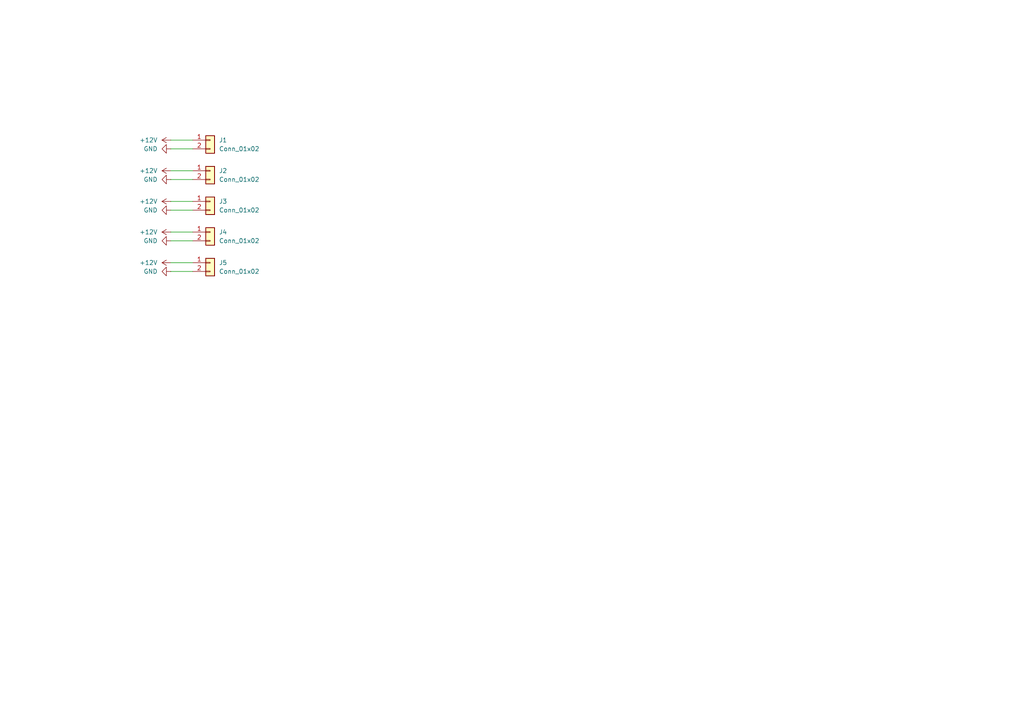
<source format=kicad_sch>
(kicad_sch (version 20231120) (generator "eeschema") (generator_version "8.0")
  (paper "A4")
  (lib_symbols
    (symbol "Connector_Generic:Conn_01x02" (pin_names (offset 1.016) hide)
      (property "Reference" "J" (at 0 2.54 0))
      (property "Value" "Conn_01x02" (at 0 -5.08 0))
      (symbol "Conn_01x02_1_1"
        (rectangle (start -1.27 -2.413) (end 0 -2.667) (stroke (width 0.1524)))
        (rectangle (start -1.27 0.127) (end 0 -0.127) (stroke (width 0.1524)))
        (rectangle (start -1.27 1.27) (end 1.27 -3.81) (stroke (width 0.254)) (fill (type background)))
        (pin passive line (at -5.08 0 0) (length 3.81) (name "Pin_1") (number "1"))
        (pin passive line (at -5.08 -2.54 0) (length 3.81) (name "Pin_2") (number "2"))
      )
    )
    (symbol "power:+12V" (power) (pin_numbers hide) (pin_names (offset 0) hide)
      (property "Value" "+12V" (at 0 3.556 0))
      (symbol "+12V_0_1"
        (polyline (pts (xy -0.762 1.27) (xy 0 2.54)))
        (polyline (pts (xy 0 0) (xy 0 2.54)))
        (polyline (pts (xy 0 2.54) (xy 0.762 1.27)))
      )
      (symbol "+12V_1_1"
        (pin power_in line (at 0 0 90) (length 0) (name "~") (number "1"))
      )
    )
    (symbol "power:GND" (power) (pin_numbers hide) (pin_names (offset 0) hide)
      (property "Value" "GND" (at 0 -3.81 0))
      (symbol "GND_0_1"
        (polyline (pts (xy 0 0) (xy 0 -1.27) (xy 1.27 -1.27) (xy 0 -2.54) (xy -1.27 -1.27) (xy 0 -1.27)))
      )
      (symbol "GND_1_1"
        (pin power_in line (at 0 0 270) (length 0) (name "~") (number "1"))
      )
    )
  )
  (wire (pts (xy 49.53 69.85) (xy 55.88 69.85)))
  (wire (pts (xy 49.53 78.74) (xy 55.88 78.74)))
  (wire (pts (xy 49.53 67.31) (xy 55.88 67.31)))
  (wire (pts (xy 49.53 49.53) (xy 55.88 49.53)))
  (wire (pts (xy 49.53 40.64) (xy 55.88 40.64)))
  (wire (pts (xy 49.53 43.18) (xy 55.88 43.18)))
  (wire (pts (xy 49.53 60.96) (xy 55.88 60.96)))
  (wire (pts (xy 49.53 58.42) (xy 55.88 58.42)))
  (wire (pts (xy 49.53 76.2) (xy 55.88 76.2)))
  (wire (pts (xy 49.53 52.07) (xy 55.88 52.07)))
  (symbol (lib_id "power:+12V") (at 49.53 76.2 90) (unit 1)
    (property "Reference" "#PWR09" (effects (hide yes)))
    (property "Value" "+12V" (at 45.72 76.1999 90) (effects (justify left)))
    (property "Description" "Power symbol creates a global label with name \"+12V\"" (effects (hide yes)))
  )
  (symbol (lib_id "power:GND") (at 49.53 60.96 270) (unit 1)
    (property "Reference" "#PWR06" (effects (hide yes)))
    (property "Value" "GND" (at 45.72 60.9599 90) (effects (justify right)))
    (property "Description" "Power symbol creates a global label with name \"GND\" , ground" (effects (hide yes)))
  )
  (symbol (lib_id "Connector_Generic:Conn_01x02") (at 60.96 49.53 0) (unit 1)
    (property "Reference" "J2" (at 63.5 49.5299 0) (effects (justify left)))
    (property "Value" "Conn_01x02" (at 63.5 52.0699 0) (effects (justify left)))
    (property "Footprint" "UTSVT_Connectors:Molex_MicroFit3.0_1x2xP3.00mm_PolarizingPeg_Vertical" (effects (hide yes)))
    (property "Description" "Generic connector, single row, 01x02, script generated (kicad-library-utils/schlib/autogen/connector/)" (effects (hide yes)))
  )
  (symbol (lib_id "power:GND") (at 49.53 69.85 270) (unit 1)
    (property "Reference" "#PWR08" (effects (hide yes)))
    (property "Value" "GND" (at 45.72 69.8499 90) (effects (justify right)))
    (property "Description" "Power symbol creates a global label with name \"GND\" , ground" (effects (hide yes)))
  )
  (symbol (lib_id "power:GND") (at 49.53 52.07 270) (unit 1)
    (property "Reference" "#PWR04" (effects (hide yes)))
    (property "Value" "GND" (at 45.72 52.0699 90) (effects (justify right)))
    (property "Description" "Power symbol creates a global label with name \"GND\" , ground" (effects (hide yes)))
  )
  (symbol (lib_id "Connector_Generic:Conn_01x02") (at 60.96 76.2 0) (unit 1)
    (property "Reference" "J5" (at 63.5 76.1999 0) (effects (justify left)))
    (property "Value" "Conn_01x02" (at 63.5 78.7399 0) (effects (justify left)))
    (property "Footprint" "UTSVT_Connectors:Molex_MicroFit3.0_1x2xP3.00mm_PolarizingPeg_Vertical" (effects (hide yes)))
    (property "Description" "Generic connector, single row, 01x02, script generated (kicad-library-utils/schlib/autogen/connector/)" (effects (hide yes)))
  )
  (symbol (lib_id "power:+12V") (at 49.53 49.53 90) (unit 1)
    (property "Reference" "#PWR03" (effects (hide yes)))
    (property "Value" "+12V" (at 45.72 49.5299 90) (effects (justify left)))
    (property "Description" "Power symbol creates a global label with name \"+12V\"" (effects (hide yes)))
  )
  (symbol (lib_id "power:GND") (at 49.53 78.74 270) (unit 1)
    (property "Reference" "#PWR010" (effects (hide yes)))
    (property "Value" "GND" (at 45.72 78.7399 90) (effects (justify right)))
    (property "Description" "Power symbol creates a global label with name \"GND\" , ground" (effects (hide yes)))
  )
  (symbol (lib_id "Connector_Generic:Conn_01x02") (at 60.96 58.42 0) (unit 1)
    (property "Reference" "J3" (at 63.5 58.4199 0) (effects (justify left)))
    (property "Value" "Conn_01x02" (at 63.5 60.9599 0) (effects (justify left)))
    (property "Footprint" "UTSVT_Connectors:Molex_MicroFit3.0_1x2xP3.00mm_PolarizingPeg_Vertical" (effects (hide yes)))
    (property "Description" "Generic connector, single row, 01x02, script generated (kicad-library-utils/schlib/autogen/connector/)" (effects (hide yes)))
  )
  (symbol (lib_id "power:GND") (at 49.53 43.18 270) (unit 1)
    (property "Reference" "#PWR02" (effects (hide yes)))
    (property "Value" "GND" (at 45.72 43.1799 90) (effects (justify right)))
    (property "Description" "Power symbol creates a global label with name \"GND\" , ground" (effects (hide yes)))
  )
  (symbol (lib_id "power:+12V") (at 49.53 40.64 90) (unit 1)
    (property "Reference" "#PWR01" (effects (hide yes)))
    (property "Value" "+12V" (at 45.72 40.6399 90) (effects (justify left)))
    (property "Description" "Power symbol creates a global label with name \"+12V\"" (effects (hide yes)))
  )
  (symbol (lib_id "Connector_Generic:Conn_01x02") (at 60.96 67.31 0) (unit 1)
    (property "Reference" "J4" (at 63.5 67.3099 0) (effects (justify left)))
    (property "Value" "Conn_01x02" (at 63.5 69.8499 0) (effects (justify left)))
    (property "Footprint" "UTSVT_Connectors:Molex_MicroFit3.0_1x2xP3.00mm_PolarizingPeg_Vertical" (effects (hide yes)))
    (property "Description" "Generic connector, single row, 01x02, script generated (kicad-library-utils/schlib/autogen/connector/)" (effects (hide yes)))
  )
  (symbol (lib_id "power:+12V") (at 49.53 67.31 90) (unit 1)
    (property "Reference" "#PWR07" (effects (hide yes)))
    (property "Value" "+12V" (at 45.72 67.3099 90) (effects (justify left)))
    (property "Description" "Power symbol creates a global label with name \"+12V\"" (effects (hide yes)))
  )
  (symbol (lib_id "Connector_Generic:Conn_01x02") (at 60.96 40.64 0) (unit 1)
    (property "Reference" "J1" (at 63.5 40.6399 0) (effects (justify left)))
    (property "Value" "Conn_01x02" (at 63.5 43.1799 0) (effects (justify left)))
    (property "Footprint" "UTSVT_Connectors:Molex_MicroFit3.0_1x2xP3.00mm_PolarizingPeg_Vertical" (effects (hide yes)))
    (property "Description" "Generic connector, single row, 01x02, script generated (kicad-library-utils/schlib/autogen/connector/)" (effects (hide yes)))
  )
  (symbol (lib_id "power:+12V") (at 49.53 58.42 90) (unit 1)
    (property "Reference" "#PWR05" (effects (hide yes)))
    (property "Value" "+12V" (at 45.72 58.4199 90) (effects (justify left)))
    (property "Description" "Power symbol creates a global label with name \"+12V\"" (effects (hide yes)))
  )
)
</source>
